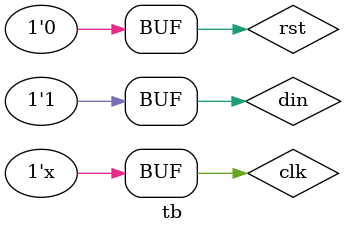
<source format=v>
`timescale 1ns / 1ps


module tb(  );
reg clk,rst,din;
wire dout;
initial begin
clk=0;
rst=1;
end
simple dut(clk,din,rst,dout);
always #10 clk=~clk;
initial begin
#20;
rst=0;
din=1;
#200;
end 
endmodule

</source>
